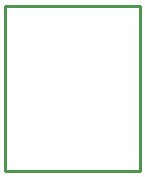
<source format=gbr>
G04 #@! TF.GenerationSoftware,KiCad,Pcbnew,(5.1.8)-1*
G04 #@! TF.CreationDate,2021-06-11T10:05:30-05:00*
G04 #@! TF.ProjectId,Tactile_Switch_Adapter,54616374-696c-4655-9f53-77697463685f,1A*
G04 #@! TF.SameCoordinates,Original*
G04 #@! TF.FileFunction,Profile,NP*
%FSLAX46Y46*%
G04 Gerber Fmt 4.6, Leading zero omitted, Abs format (unit mm)*
G04 Created by KiCad (PCBNEW (5.1.8)-1) date 2021-06-11 10:05:30*
%MOMM*%
%LPD*%
G01*
G04 APERTURE LIST*
G04 #@! TA.AperFunction,Profile*
%ADD10C,0.254000*%
G04 #@! TD*
G04 APERTURE END LIST*
D10*
X94270000Y-107000000D02*
X105730000Y-107000000D01*
X105730000Y-107000000D02*
X105730000Y-93000000D01*
X94270000Y-93000000D02*
X94270000Y-107000000D01*
X94270000Y-93000000D02*
X105730000Y-93000000D01*
M02*

</source>
